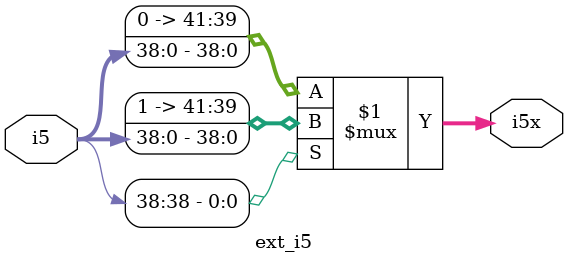
<source format=v>


//`define A1 36'h7B00000
//`define A2 36'h3300000
//`define A3 36'h869000
//`define A4 36'h169000
//`define A5 36'h15000
//`define B6 36'h2000

module pipe_sdm(
input pclk,   //45.1584MHz
input preset_n,

input signed [27:0]x0, 
input signed [27:0]x1, 
input signed [35:0]y0,
input signed [35:0]y1,

input start,
input mute,
output overflow,
output reg dsd_clk,    //for debugging, can combine dsd_clk and sdm_out to drive a DSD DAC chip
output reg sdm_out,
output reg sdm_out_n
);

parameter A1 = 36'h7B00000;
parameter A2 = 36'h3300000;
parameter A3 = 36'h869000;
parameter A4 = 36'h169000;
parameter A5 = 36'h15000;
parameter B6 = 36'h2000; 

reg reset_n;
always @* if (start == 0) reset_n = 0; else reset_n = preset_n;

reg of;
reg [27:0] buffer;
always @(posedge dsd_clk or negedge reset_n)
    if (1'b0==reset_n) begin
        buffer <= 28'hAAAAAAA;
        of <= 1'b0;
        end
    else begin
        buffer <= {sdm_out, buffer[27:1]};
        if (1'b0 == of) of <= (buffer == 28'h0 || buffer == 28'hfffffff);
        end 


//integrators
//SDM 0
reg signed [27:0] i1_0, n_i1_0;
reg signed [29:0] i2_0, n_i2_0;
reg signed [31:0] i3_0, n_i3_0;
reg signed [34:0] i4_0, n_i4_0;
reg signed [38:0] i5_0, n_i5_0;
reg signed [41:0] i6_0, n_i6_0;
//SDM 1
reg signed [27:0] i1_1, n_i1_1;
reg signed [29:0] i2_1, n_i2_1;
reg signed [31:0] i3_1, n_i3_1;
reg signed [34:0] i4_1, n_i4_1;
reg signed [38:0] i5_1, n_i5_1;
reg signed [41:0] i6_1, n_i6_1;

wire signed [29:0] i1x_0, i1x_1;
ext_i1 Uxi1_0(.i1(i1_0), .i1x(i1x_0));
ext_i1 Uxi1_1(.i1(i1_1), .i1x(i1x_1));

wire signed [31:0] i2x_0, i2x_1;
ext_i2 Uxi2_0(.i2(i2_0), .i2x(i2x_0));
ext_i2 Uxi2_1(.i2(i2_1), .i2x(i2x_1));

wire signed [34:0] i3x_0, i3x_1;
ext_i3 Uxi3_0(.i3(i3_0), .i3x(i3x_0));
ext_i3 Uxi3_1(.i3(i3_1), .i3x(i3x_1));

wire signed [38:0] i4x_0, i4x_1;
ext_i4 Uxi4_0(.i4(i4_0), .i4x(i4x_0));
ext_i4 Uxi4_1(.i4(i4_1), .i4x(i4x_1));

wire signed [41:0] i5x_0, i5x_1;
ext_i5 Uxi5_0(.i5(i5_0), .i5x(i5x_0));
ext_i5 Uxi5_1(.i5(i5_1), .i5x(i5x_1));

//costs
reg signed [35:0] cost_0, n_cost_0; // SDM 0
reg signed [35:0] cost_1, n_cost_1; // SDM 1
//reg signed [35:0] db;

reg state, n_state;
reg [1:0] i, n_i;
reg symbol_out, n_symbol_out;
reg dsdck, n_dsdck;

// jitter reduction, use master_clk to buffer sdm_out
always @(posedge pclk or negedge reset_n)
    if (reset_n == 0) begin
        sdm_out <= 0;
        sdm_out_n <= 0;
        dsd_clk <= 0;
        end
    else begin
        sdm_out <= symbol_out;
        sdm_out_n <= ~sdm_out;
        dsd_clk <= dsdck;
        end

//multipliers:
wire signed [35:0] mul_i1_a1_0, mul_i1_a1_1;
mi1a1 Um1a1(.a1(A1), .i1_0(i1_0[27:12]), .i1_1(i1_1[27:12]), .o1(mul_i1_a1_0), .o2(mul_i1_a1_1));

wire signed [35:0] mul_i2_a2_0, mul_i2_a2_1;
mi2a2 Um2a2(.a2(A2), .i2_0(i2_0[29:12]), .i2_1(i2_1[29:12]), .o1(mul_i2_a2_0), .o2(mul_i2_a2_1));

wire signed [35:0] mul_i3_a3_0, mul_i3_a3_1;
mi3a3 Um3a3(.a3(A3), .i3_0(i3_0[31:12]), .i3_1(i3_1[31:12]), .o1(mul_i3_a3_0), .o2(mul_i3_a3_1));

wire signed [35:0] mul_i4_a4_0, mul_i4_a4_1;
mi4a4 Um4a4(.a4(A4), .i4_0(i4_0[34:12]), .i4_1(i4_1[34:12]), .o1(mul_i4_a4_0), .o2(mul_i4_a4_1));

wire signed [35:0] mul_i5_a5_0, mul_i5_a5_1;
mi5a5 Um5a5(.a5(A5), .i5_0(i5_0[38:12]), .i5_1(i5_1[38:12]), .o1(mul_i5_a5_0), .o2(mul_i5_a5_1));

wire signed [35:0] mul_i6_b6_0, mul_i6_b6_1;
mi6b6 Um6b6(.b6(B6), .i6_0(i6_0[41:12]), .i6_1(i6_1[41:12]), .o1(mul_i6_b6_0), .o2(mul_i6_b6_1));

// abs(cost)
wire signed [11:0] abs_cost_0, abs_cost_1;
abs_cost Uabs1(.cost(cost_0), .ocost(abs_cost_0));
abs_cost Uabs2(.cost(cost_1), .ocost(abs_cost_1));


/////// SDM512 FSM ////////
always @(posedge pclk or negedge reset_n)
    if (reset_n == 0) begin
        state <= 0;
        i <= 0;
        i1_0 <= 0; i1_1 <= 0;
        i2_0 <= 0; i2_1 <= 0;
        i3_0 <= 0; i3_1 <= 0;
        i4_0 <= 0; i4_1 <= 0;
        i5_0 <= 0; i5_1 <= 0;
        i6_0 <= 0; i6_1 <= 0;
        cost_0 <= 0; cost_1 <= 0;
        symbol_out <= 0;
        dsdck <= 0;
        end
    else begin
        state <= n_state;
        i <= n_i;
        i1_0 <= n_i1_0;  i1_1 <= n_i1_1;
        i2_0 <= n_i2_0;  i2_1 <= n_i2_1;
        i3_0 <= n_i3_0;  i3_1 <= n_i3_1;
        i4_0 <= n_i4_0;  i4_1 <= n_i4_1;
        i5_0 <= n_i5_0;  i5_1 <= n_i5_1;
        i6_0 <= n_i6_0;  i6_1 <= n_i6_1;
        cost_0 <= n_cost_0;   cost_1 <= n_cost_1;
        symbol_out <= n_symbol_out;
        dsdck <= n_dsdck;
        end

parameter PIPE_SDM_00 = 1'b0;
parameter PIPE_SDM_10 = 1'b1;

always @* begin
    n_state = state;
    n_i = i;
    n_dsdck = ~dsdck;
    n_symbol_out = symbol_out; 
    n_i1_0 = i1_0; n_i1_1 = i1_1;
    n_i2_0 = i2_0; n_i2_1 = i2_1;
    n_i3_0 = i3_0; n_i3_1 = i3_1;
    n_i4_0 = i4_0; n_i4_1 = i4_1;
    n_i5_0 = i5_0; n_i5_1 = i5_1;
    n_i6_0 = i6_0; n_i6_1 = i6_1;
    n_cost_0 = cost_0; n_cost_1 = cost_1;
    case(state)
PIPE_SDM_00: begin
    #1 if (start == 0 || mute == 1) begin
        #1 n_i[1:0] = i[1:0] + 2'h1;
        #1 n_symbol_out = i[1];             //sending mute
        #1 n_i1_0 = 0;  n_i1_1 = 0;
        #1 n_i2_0 = 0;  n_i2_1 = 0;
        #1 n_i3_0 = 0;  n_i3_1 = 0;
        #1 n_i4_0 = 0;  n_i4_1 = 0;
        #1 n_i5_0 = 0;  n_i5_1 = 0;
        #1 n_i6_0 = 0;  n_i6_1 = 0;
        #1 n_cost_0 = 0; n_cost_1 = 0;
        end
    else begin
        #1 n_i1_0 = i1_0 + x1;
        #1 n_i1_1 = i1_1 + x0;
        #1 n_i2_0 = i2_0 + i1x_0;
        #1 n_i2_1 = i2_1 + i1x_1;
        #1 n_i3_0 = i3_0 + i2x_0;
        #1 n_i3_1 = i3_1 + i2x_1;
        #1 n_i4_0 = i4_0 + i3x_0;
        #1 n_i4_1 = i4_1 + i3x_1;
        #1 n_i5_0 = i5_0 + i4x_0;
        #1 n_i5_1 = i5_1 + i4x_1;
        #1 n_i6_0 = i6_0 + i5x_0;
        #1 n_i6_1 = i6_1 + i5x_1;

        #1 n_cost_0 = mul_i1_a1_0 + mul_i2_a2_0 + mul_i3_a3_0 + mul_i4_a4_0 + mul_i5_a5_0 + mul_i6_b6_0 + y1;
        #1 n_cost_1 = mul_i1_a1_1 + mul_i2_a2_1 + mul_i3_a3_1 + mul_i4_a4_1 + mul_i5_a5_1 + mul_i6_b6_1 + y0;

        #1 n_state = PIPE_SDM_10;

        //#1 db = mul_i1_a1_1;
        //#10 $display("@@@@= 111 %d %d %d %d", x0, x1, y0, y1);  
        //#100 $display("#1  I1=%d I2=%d I3=%d I4=%d I5=%d I6=%d",
        //    n_i1_0, n_i2_0,n_i3_0,n_i4_0,n_i5_0,n_i6_0);  
        //#10 $display("#2  I1=%d I2=%d I3=%d I4=%d I5=%d I6=%d",
        //    n_i1_1, n_i2_1,n_i3_1,n_i4_1,n_i5_1,n_i6_1);  
        //#10 $display("NCOST %d %d %d %d", n_cost_0, n_cost_1, y1, y0);
        //#10 $display("MUL1: i1 %d m1 %d i2 %d m2 %d", i1_0, mul_i1_a1_0, i2_0,  mul_i2_a2_0);
        //#10 $display("MUL2: i1 %d m1 %d i2 %d m2 %d", i1_1, mul_i1_a1_1, i2_1,  mul_i2_a2_0);
        //#10 $display("db: %d ", db);

//        #100 if (symbol_out) 
//                 $display("@@@@=%d",  32000);   //must delay to allow logic settle
//            else
//                 $display("@@@@=%d",  -32000);   //must delay to allow logic settle
        end

    end

PIPE_SDM_10: begin
    #1 n_state = PIPE_SDM_00;
//    #10 $display("COST=%d %d", abs_cost_0, abs_cost_1);  
    #1 if (abs_cost_0 <= abs_cost_1) begin
        #1 n_i1_1 = i1_0;
        #1 n_i2_1 = i2_0;
        #1 n_i3_1 = i3_0;
        #1 n_i4_1 = i4_0;
        #1 n_i5_1 = i5_0;
        #1 n_i6_1 = i6_0;
        #1 n_symbol_out = 1;
        end
    else begin
        #1 n_i1_0 = i1_1;
        #1 n_i2_0 = i2_1;
        #1 n_i3_0 = i3_1;
        #1 n_i4_0 = i4_1;
        #1 n_i5_0 = i5_1;
        #1 n_i6_0 = i6_1;
        #1 n_symbol_out = 0;
        end
    end
    endcase
    end

endmodule


//calculate abs(cost)

module abs_cost(
input signed [35:0] cost,
output signed [11:0] ocost
);

wire signed [35:0] y;
assign y = cost[35] ?   36'h0 - cost : cost;
assign ocost = y[35:24];

endmodule


//a1=7b, a2=33, a3=869, a4=169, a5=15;

// MUL(i1,a1)
module mi1a1(
input signed[35:0] a1,
input signed[27:12] i1_0,
input signed[27:12] i1_1,
output signed [35:0] o1,
output signed [35:0] o2
);

reg signed [35:0] mul_i1_0_a1; /* synthesis syn_multstyle="logic" */
reg signed [35:0] mul_i1_1_a1; /* synthesis syn_multstyle="logic" */
reg signed [15:0] t100, t101;
reg signed [19:0] ta1;
always @* begin
    ta1 =  {a1[31:12]};
    t100 = {i1_0[27:12]};
    t101 = {i1_1[27:12]};
    #1 mul_i1_0_a1 = t100 * ta1;
    #1 mul_i1_1_a1 = t101 * ta1;
    end

assign o1 = mul_i1_0_a1;
assign o2 = mul_i1_1_a1;
endmodule


//MUL(i2, a2)
module mi2a2(
input signed[35:0] a2,
input signed[29:12] i2_0,
input signed[29:12] i2_1,
output signed [35:0] o1,
output signed [35:0] o2
);

reg signed [35:0] mul_i2_0_a2; /* synthesis syn_multstyle="logic" */
reg signed [35:0] mul_i2_1_a2; /* synthesis syn_multstyle="logic" */
reg signed [17:0] t200, t201;
reg signed [17:0] ta2;
always @* begin
    ta2 =  {a2[29:12]};
    t200 = {i2_0[29:12]};
    t201 = {i2_1[29:12]};
    #1 mul_i2_0_a2 = t200 * ta2;
    #1 mul_i2_1_a2 = t201 * ta2;
    end

assign o1 = mul_i2_0_a2;
assign o2 = mul_i2_1_a2;
endmodule


//MUL(i3, a3)
module mi3a3(
input signed [35:0] a3,
input signed[31:12] i3_0,
input signed[31:12] i3_1,
output signed [35:0] o1,
output signed [35:0] o2
);

reg signed [35:0] mul_i3_0_a3; /* synthesis syn_multstyle="logic" */
reg signed [35:0] mul_i3_1_a3; /* synthesis syn_multstyle="logic" */
reg signed [19:0] t300, t301;
reg signed [15:0] ta3;
always @* begin
    ta3 =  {a3[27:12]};
    t300 = {i3_0[31:12]};
    t301 = {i3_1[31:12]};
    #1 mul_i3_0_a3 = t300 * ta3;
    #1 mul_i3_1_a3 = t301 * ta3;
    end

assign o1 = mul_i3_0_a3;
assign o2 = mul_i3_1_a3;
endmodule

//MUL(i4, a4)
module mi4a4(
input signed [35:0] a4,
input signed[34:12] i4_0,
input signed[34:12] i4_1,
output signed [35:0] o1,
output signed [35:0] o2
);


reg signed [35:0] mul_i4_0_a4; /* synthesis syn_multstyle="logic" */
reg signed [35:0] mul_i4_1_a4; /* synthesis syn_multstyle="logic" */
reg signed [22:0] t400, t401;
reg signed [12:0] ta4;
always @* begin
    ta4 =  {a4[24:12]};
    t400 = {i4_0[34:12]};
    t401 = {i4_1[34:12]};
    #1 mul_i4_0_a4 = t400 * ta4;
    #1 mul_i4_1_a4 = t401 * ta4;
    end

assign o1 = mul_i4_0_a4;
assign o2 = mul_i4_1_a4;
endmodule

//MUL(i5, a5)
module mi5a5(
input signed [35:0] a5,
input signed[38:12] i5_0,
input signed[38:12] i5_1,
output signed [35:0] o1,
output signed [35:0] o2
);

reg signed [35:0] mul_i5_0_a5; /* synthesis syn_multstyle="logic" */
reg signed [35:0] mul_i5_1_a5; /* synthesis syn_multstyle="logic" */
reg signed [26:0] t500, t501;
reg signed [8:0] ta5;
always @* begin
    ta5 =  {a5[20:12]};
    t500 = {i5_0[38:12]};
    t501 = {i5_1[38:12]};
    #1 mul_i5_0_a5 = t500 * ta5;
    #1 mul_i5_1_a5 = t501 * ta5;
    end

assign o1 = mul_i5_0_a5;
assign o2 = mul_i5_1_a5;
endmodule


//MUL(i6, b6)
module mi6b6(
input signed [35:0] b6, 
input signed[41:12] i6_0,
input signed[41:12] i6_1,
output signed [35:0] o1,
output signed [35:0] o2
);

reg signed [35:0] mul_i6_0_b6; /* synthesis syn_multstyle="logic" */
reg signed [35:0] mul_i6_1_b6; /* synthesis syn_multstyle="logic" */

reg signed [29:0] t600, t601;
reg signed [5:0] tb6;
always @* begin
    tb6 =  {b6[17:12]};
    t600 = {i6_0[41:12]};
    t601 = {i6_1[41:12]};
    #1 mul_i6_0_b6 = t600 * tb6;
    #1 mul_i6_1_b6 = t601 * tb6;
    end

assign o1 = mul_i6_0_b6;
assign o2 = mul_i6_1_b6;
endmodule


////bit extensions...../////
module ext_i1(input signed [27:0]i1, output signed [29:0] i1x);
   assign i1x = i1[27]? {2'b11, i1}: {2'b00, i1};
endmodule

module ext_i2(input signed [29:0]i2, output signed [31:0] i2x);
   assign i2x = i2[29]? {2'b11, i2}: {2'b00, i2};
endmodule

module ext_i3(input signed [31:0]i3, output signed [34:0] i3x);
   assign i3x = i3[31]? {3'b111, i3}: {3'b000, i3};
endmodule

module ext_i4(input signed [34:0]i4, output signed [38:0] i4x);
   assign i4x = i4[34]? {4'b1111, i4}: {4'b0000, i4};
endmodule

module ext_i5(input signed [38:0]i5, output signed [41:0] i5x);
   assign i5x = i5[38]? {3'b111, i5}: {3'b000, i5};
endmodule


















</source>
